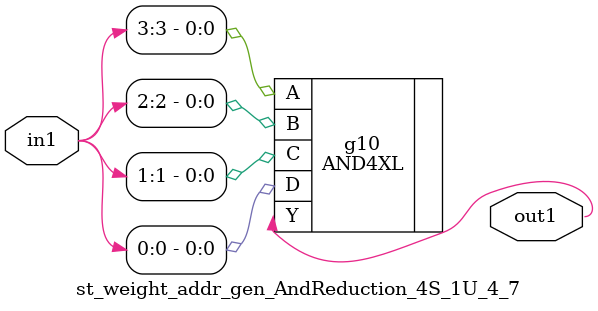
<source format=v>
`timescale 1ps / 1ps


module st_weight_addr_gen_AndReduction_4S_1U_4_7(in1, out1);
  input [3:0] in1;
  output out1;
  wire [3:0] in1;
  wire out1;
  AND4XL g10(.A (in1[3]), .B (in1[2]), .C (in1[1]), .D (in1[0]), .Y
       (out1));
endmodule



</source>
